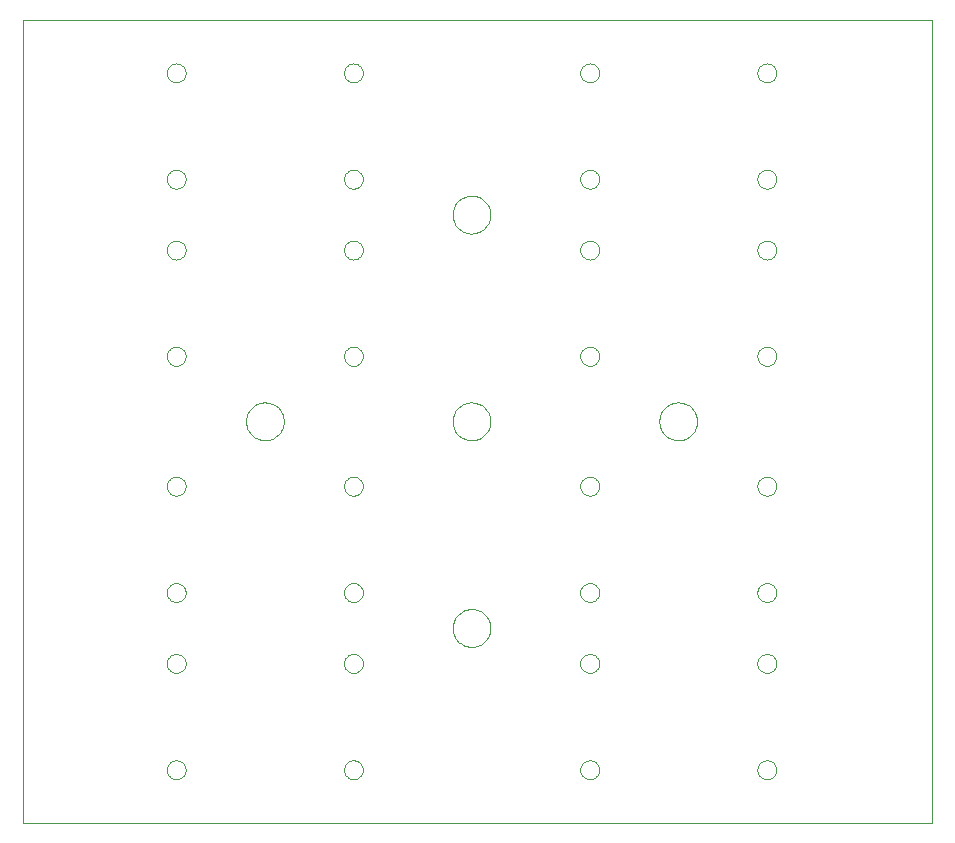
<source format=gbp>
G75*
%MOIN*%
%OFA0B0*%
%FSLAX24Y24*%
%IPPOS*%
%LPD*%
%AMOC8*
5,1,8,0,0,1.08239X$1,22.5*
%
%ADD10C,0.0000*%
D10*
X001755Y000967D02*
X001755Y027739D01*
X032070Y027739D01*
X032070Y000967D01*
X001755Y000967D01*
X006558Y002739D02*
X006560Y002774D01*
X006566Y002809D01*
X006576Y002843D01*
X006589Y002876D01*
X006606Y002907D01*
X006627Y002935D01*
X006650Y002962D01*
X006677Y002985D01*
X006705Y003006D01*
X006736Y003023D01*
X006769Y003036D01*
X006803Y003046D01*
X006838Y003052D01*
X006873Y003054D01*
X006908Y003052D01*
X006943Y003046D01*
X006977Y003036D01*
X007010Y003023D01*
X007041Y003006D01*
X007069Y002985D01*
X007096Y002962D01*
X007119Y002935D01*
X007140Y002907D01*
X007157Y002876D01*
X007170Y002843D01*
X007180Y002809D01*
X007186Y002774D01*
X007188Y002739D01*
X007186Y002704D01*
X007180Y002669D01*
X007170Y002635D01*
X007157Y002602D01*
X007140Y002571D01*
X007119Y002543D01*
X007096Y002516D01*
X007069Y002493D01*
X007041Y002472D01*
X007010Y002455D01*
X006977Y002442D01*
X006943Y002432D01*
X006908Y002426D01*
X006873Y002424D01*
X006838Y002426D01*
X006803Y002432D01*
X006769Y002442D01*
X006736Y002455D01*
X006705Y002472D01*
X006677Y002493D01*
X006650Y002516D01*
X006627Y002543D01*
X006606Y002571D01*
X006589Y002602D01*
X006576Y002635D01*
X006566Y002669D01*
X006560Y002704D01*
X006558Y002739D01*
X006558Y006282D02*
X006560Y006317D01*
X006566Y006352D01*
X006576Y006386D01*
X006589Y006419D01*
X006606Y006450D01*
X006627Y006478D01*
X006650Y006505D01*
X006677Y006528D01*
X006705Y006549D01*
X006736Y006566D01*
X006769Y006579D01*
X006803Y006589D01*
X006838Y006595D01*
X006873Y006597D01*
X006908Y006595D01*
X006943Y006589D01*
X006977Y006579D01*
X007010Y006566D01*
X007041Y006549D01*
X007069Y006528D01*
X007096Y006505D01*
X007119Y006478D01*
X007140Y006450D01*
X007157Y006419D01*
X007170Y006386D01*
X007180Y006352D01*
X007186Y006317D01*
X007188Y006282D01*
X007186Y006247D01*
X007180Y006212D01*
X007170Y006178D01*
X007157Y006145D01*
X007140Y006114D01*
X007119Y006086D01*
X007096Y006059D01*
X007069Y006036D01*
X007041Y006015D01*
X007010Y005998D01*
X006977Y005985D01*
X006943Y005975D01*
X006908Y005969D01*
X006873Y005967D01*
X006838Y005969D01*
X006803Y005975D01*
X006769Y005985D01*
X006736Y005998D01*
X006705Y006015D01*
X006677Y006036D01*
X006650Y006059D01*
X006627Y006086D01*
X006606Y006114D01*
X006589Y006145D01*
X006576Y006178D01*
X006566Y006212D01*
X006560Y006247D01*
X006558Y006282D01*
X006558Y008645D02*
X006560Y008680D01*
X006566Y008715D01*
X006576Y008749D01*
X006589Y008782D01*
X006606Y008813D01*
X006627Y008841D01*
X006650Y008868D01*
X006677Y008891D01*
X006705Y008912D01*
X006736Y008929D01*
X006769Y008942D01*
X006803Y008952D01*
X006838Y008958D01*
X006873Y008960D01*
X006908Y008958D01*
X006943Y008952D01*
X006977Y008942D01*
X007010Y008929D01*
X007041Y008912D01*
X007069Y008891D01*
X007096Y008868D01*
X007119Y008841D01*
X007140Y008813D01*
X007157Y008782D01*
X007170Y008749D01*
X007180Y008715D01*
X007186Y008680D01*
X007188Y008645D01*
X007186Y008610D01*
X007180Y008575D01*
X007170Y008541D01*
X007157Y008508D01*
X007140Y008477D01*
X007119Y008449D01*
X007096Y008422D01*
X007069Y008399D01*
X007041Y008378D01*
X007010Y008361D01*
X006977Y008348D01*
X006943Y008338D01*
X006908Y008332D01*
X006873Y008330D01*
X006838Y008332D01*
X006803Y008338D01*
X006769Y008348D01*
X006736Y008361D01*
X006705Y008378D01*
X006677Y008399D01*
X006650Y008422D01*
X006627Y008449D01*
X006606Y008477D01*
X006589Y008508D01*
X006576Y008541D01*
X006566Y008575D01*
X006560Y008610D01*
X006558Y008645D01*
X006558Y012188D02*
X006560Y012223D01*
X006566Y012258D01*
X006576Y012292D01*
X006589Y012325D01*
X006606Y012356D01*
X006627Y012384D01*
X006650Y012411D01*
X006677Y012434D01*
X006705Y012455D01*
X006736Y012472D01*
X006769Y012485D01*
X006803Y012495D01*
X006838Y012501D01*
X006873Y012503D01*
X006908Y012501D01*
X006943Y012495D01*
X006977Y012485D01*
X007010Y012472D01*
X007041Y012455D01*
X007069Y012434D01*
X007096Y012411D01*
X007119Y012384D01*
X007140Y012356D01*
X007157Y012325D01*
X007170Y012292D01*
X007180Y012258D01*
X007186Y012223D01*
X007188Y012188D01*
X007186Y012153D01*
X007180Y012118D01*
X007170Y012084D01*
X007157Y012051D01*
X007140Y012020D01*
X007119Y011992D01*
X007096Y011965D01*
X007069Y011942D01*
X007041Y011921D01*
X007010Y011904D01*
X006977Y011891D01*
X006943Y011881D01*
X006908Y011875D01*
X006873Y011873D01*
X006838Y011875D01*
X006803Y011881D01*
X006769Y011891D01*
X006736Y011904D01*
X006705Y011921D01*
X006677Y011942D01*
X006650Y011965D01*
X006627Y011992D01*
X006606Y012020D01*
X006589Y012051D01*
X006576Y012084D01*
X006566Y012118D01*
X006560Y012153D01*
X006558Y012188D01*
X009196Y014353D02*
X009198Y014403D01*
X009204Y014453D01*
X009214Y014502D01*
X009228Y014550D01*
X009245Y014597D01*
X009266Y014642D01*
X009291Y014686D01*
X009319Y014727D01*
X009351Y014766D01*
X009385Y014803D01*
X009422Y014837D01*
X009462Y014867D01*
X009504Y014894D01*
X009548Y014918D01*
X009594Y014939D01*
X009641Y014955D01*
X009689Y014968D01*
X009739Y014977D01*
X009788Y014982D01*
X009839Y014983D01*
X009889Y014980D01*
X009938Y014973D01*
X009987Y014962D01*
X010035Y014947D01*
X010081Y014929D01*
X010126Y014907D01*
X010169Y014881D01*
X010210Y014852D01*
X010249Y014820D01*
X010285Y014785D01*
X010317Y014747D01*
X010347Y014707D01*
X010374Y014664D01*
X010397Y014620D01*
X010416Y014574D01*
X010432Y014526D01*
X010444Y014477D01*
X010452Y014428D01*
X010456Y014378D01*
X010456Y014328D01*
X010452Y014278D01*
X010444Y014229D01*
X010432Y014180D01*
X010416Y014132D01*
X010397Y014086D01*
X010374Y014042D01*
X010347Y013999D01*
X010317Y013959D01*
X010285Y013921D01*
X010249Y013886D01*
X010210Y013854D01*
X010169Y013825D01*
X010126Y013799D01*
X010081Y013777D01*
X010035Y013759D01*
X009987Y013744D01*
X009938Y013733D01*
X009889Y013726D01*
X009839Y013723D01*
X009788Y013724D01*
X009739Y013729D01*
X009689Y013738D01*
X009641Y013751D01*
X009594Y013767D01*
X009548Y013788D01*
X009504Y013812D01*
X009462Y013839D01*
X009422Y013869D01*
X009385Y013903D01*
X009351Y013940D01*
X009319Y013979D01*
X009291Y014020D01*
X009266Y014064D01*
X009245Y014109D01*
X009228Y014156D01*
X009214Y014204D01*
X009204Y014253D01*
X009198Y014303D01*
X009196Y014353D01*
X006558Y016519D02*
X006560Y016554D01*
X006566Y016589D01*
X006576Y016623D01*
X006589Y016656D01*
X006606Y016687D01*
X006627Y016715D01*
X006650Y016742D01*
X006677Y016765D01*
X006705Y016786D01*
X006736Y016803D01*
X006769Y016816D01*
X006803Y016826D01*
X006838Y016832D01*
X006873Y016834D01*
X006908Y016832D01*
X006943Y016826D01*
X006977Y016816D01*
X007010Y016803D01*
X007041Y016786D01*
X007069Y016765D01*
X007096Y016742D01*
X007119Y016715D01*
X007140Y016687D01*
X007157Y016656D01*
X007170Y016623D01*
X007180Y016589D01*
X007186Y016554D01*
X007188Y016519D01*
X007186Y016484D01*
X007180Y016449D01*
X007170Y016415D01*
X007157Y016382D01*
X007140Y016351D01*
X007119Y016323D01*
X007096Y016296D01*
X007069Y016273D01*
X007041Y016252D01*
X007010Y016235D01*
X006977Y016222D01*
X006943Y016212D01*
X006908Y016206D01*
X006873Y016204D01*
X006838Y016206D01*
X006803Y016212D01*
X006769Y016222D01*
X006736Y016235D01*
X006705Y016252D01*
X006677Y016273D01*
X006650Y016296D01*
X006627Y016323D01*
X006606Y016351D01*
X006589Y016382D01*
X006576Y016415D01*
X006566Y016449D01*
X006560Y016484D01*
X006558Y016519D01*
X006558Y020062D02*
X006560Y020097D01*
X006566Y020132D01*
X006576Y020166D01*
X006589Y020199D01*
X006606Y020230D01*
X006627Y020258D01*
X006650Y020285D01*
X006677Y020308D01*
X006705Y020329D01*
X006736Y020346D01*
X006769Y020359D01*
X006803Y020369D01*
X006838Y020375D01*
X006873Y020377D01*
X006908Y020375D01*
X006943Y020369D01*
X006977Y020359D01*
X007010Y020346D01*
X007041Y020329D01*
X007069Y020308D01*
X007096Y020285D01*
X007119Y020258D01*
X007140Y020230D01*
X007157Y020199D01*
X007170Y020166D01*
X007180Y020132D01*
X007186Y020097D01*
X007188Y020062D01*
X007186Y020027D01*
X007180Y019992D01*
X007170Y019958D01*
X007157Y019925D01*
X007140Y019894D01*
X007119Y019866D01*
X007096Y019839D01*
X007069Y019816D01*
X007041Y019795D01*
X007010Y019778D01*
X006977Y019765D01*
X006943Y019755D01*
X006908Y019749D01*
X006873Y019747D01*
X006838Y019749D01*
X006803Y019755D01*
X006769Y019765D01*
X006736Y019778D01*
X006705Y019795D01*
X006677Y019816D01*
X006650Y019839D01*
X006627Y019866D01*
X006606Y019894D01*
X006589Y019925D01*
X006576Y019958D01*
X006566Y019992D01*
X006560Y020027D01*
X006558Y020062D01*
X006558Y022424D02*
X006560Y022459D01*
X006566Y022494D01*
X006576Y022528D01*
X006589Y022561D01*
X006606Y022592D01*
X006627Y022620D01*
X006650Y022647D01*
X006677Y022670D01*
X006705Y022691D01*
X006736Y022708D01*
X006769Y022721D01*
X006803Y022731D01*
X006838Y022737D01*
X006873Y022739D01*
X006908Y022737D01*
X006943Y022731D01*
X006977Y022721D01*
X007010Y022708D01*
X007041Y022691D01*
X007069Y022670D01*
X007096Y022647D01*
X007119Y022620D01*
X007140Y022592D01*
X007157Y022561D01*
X007170Y022528D01*
X007180Y022494D01*
X007186Y022459D01*
X007188Y022424D01*
X007186Y022389D01*
X007180Y022354D01*
X007170Y022320D01*
X007157Y022287D01*
X007140Y022256D01*
X007119Y022228D01*
X007096Y022201D01*
X007069Y022178D01*
X007041Y022157D01*
X007010Y022140D01*
X006977Y022127D01*
X006943Y022117D01*
X006908Y022111D01*
X006873Y022109D01*
X006838Y022111D01*
X006803Y022117D01*
X006769Y022127D01*
X006736Y022140D01*
X006705Y022157D01*
X006677Y022178D01*
X006650Y022201D01*
X006627Y022228D01*
X006606Y022256D01*
X006589Y022287D01*
X006576Y022320D01*
X006566Y022354D01*
X006560Y022389D01*
X006558Y022424D01*
X006558Y025967D02*
X006560Y026002D01*
X006566Y026037D01*
X006576Y026071D01*
X006589Y026104D01*
X006606Y026135D01*
X006627Y026163D01*
X006650Y026190D01*
X006677Y026213D01*
X006705Y026234D01*
X006736Y026251D01*
X006769Y026264D01*
X006803Y026274D01*
X006838Y026280D01*
X006873Y026282D01*
X006908Y026280D01*
X006943Y026274D01*
X006977Y026264D01*
X007010Y026251D01*
X007041Y026234D01*
X007069Y026213D01*
X007096Y026190D01*
X007119Y026163D01*
X007140Y026135D01*
X007157Y026104D01*
X007170Y026071D01*
X007180Y026037D01*
X007186Y026002D01*
X007188Y025967D01*
X007186Y025932D01*
X007180Y025897D01*
X007170Y025863D01*
X007157Y025830D01*
X007140Y025799D01*
X007119Y025771D01*
X007096Y025744D01*
X007069Y025721D01*
X007041Y025700D01*
X007010Y025683D01*
X006977Y025670D01*
X006943Y025660D01*
X006908Y025654D01*
X006873Y025652D01*
X006838Y025654D01*
X006803Y025660D01*
X006769Y025670D01*
X006736Y025683D01*
X006705Y025700D01*
X006677Y025721D01*
X006650Y025744D01*
X006627Y025771D01*
X006606Y025799D01*
X006589Y025830D01*
X006576Y025863D01*
X006566Y025897D01*
X006560Y025932D01*
X006558Y025967D01*
X012463Y025967D02*
X012465Y026002D01*
X012471Y026037D01*
X012481Y026071D01*
X012494Y026104D01*
X012511Y026135D01*
X012532Y026163D01*
X012555Y026190D01*
X012582Y026213D01*
X012610Y026234D01*
X012641Y026251D01*
X012674Y026264D01*
X012708Y026274D01*
X012743Y026280D01*
X012778Y026282D01*
X012813Y026280D01*
X012848Y026274D01*
X012882Y026264D01*
X012915Y026251D01*
X012946Y026234D01*
X012974Y026213D01*
X013001Y026190D01*
X013024Y026163D01*
X013045Y026135D01*
X013062Y026104D01*
X013075Y026071D01*
X013085Y026037D01*
X013091Y026002D01*
X013093Y025967D01*
X013091Y025932D01*
X013085Y025897D01*
X013075Y025863D01*
X013062Y025830D01*
X013045Y025799D01*
X013024Y025771D01*
X013001Y025744D01*
X012974Y025721D01*
X012946Y025700D01*
X012915Y025683D01*
X012882Y025670D01*
X012848Y025660D01*
X012813Y025654D01*
X012778Y025652D01*
X012743Y025654D01*
X012708Y025660D01*
X012674Y025670D01*
X012641Y025683D01*
X012610Y025700D01*
X012582Y025721D01*
X012555Y025744D01*
X012532Y025771D01*
X012511Y025799D01*
X012494Y025830D01*
X012481Y025863D01*
X012471Y025897D01*
X012465Y025932D01*
X012463Y025967D01*
X012463Y022424D02*
X012465Y022459D01*
X012471Y022494D01*
X012481Y022528D01*
X012494Y022561D01*
X012511Y022592D01*
X012532Y022620D01*
X012555Y022647D01*
X012582Y022670D01*
X012610Y022691D01*
X012641Y022708D01*
X012674Y022721D01*
X012708Y022731D01*
X012743Y022737D01*
X012778Y022739D01*
X012813Y022737D01*
X012848Y022731D01*
X012882Y022721D01*
X012915Y022708D01*
X012946Y022691D01*
X012974Y022670D01*
X013001Y022647D01*
X013024Y022620D01*
X013045Y022592D01*
X013062Y022561D01*
X013075Y022528D01*
X013085Y022494D01*
X013091Y022459D01*
X013093Y022424D01*
X013091Y022389D01*
X013085Y022354D01*
X013075Y022320D01*
X013062Y022287D01*
X013045Y022256D01*
X013024Y022228D01*
X013001Y022201D01*
X012974Y022178D01*
X012946Y022157D01*
X012915Y022140D01*
X012882Y022127D01*
X012848Y022117D01*
X012813Y022111D01*
X012778Y022109D01*
X012743Y022111D01*
X012708Y022117D01*
X012674Y022127D01*
X012641Y022140D01*
X012610Y022157D01*
X012582Y022178D01*
X012555Y022201D01*
X012532Y022228D01*
X012511Y022256D01*
X012494Y022287D01*
X012481Y022320D01*
X012471Y022354D01*
X012465Y022389D01*
X012463Y022424D01*
X012463Y020062D02*
X012465Y020097D01*
X012471Y020132D01*
X012481Y020166D01*
X012494Y020199D01*
X012511Y020230D01*
X012532Y020258D01*
X012555Y020285D01*
X012582Y020308D01*
X012610Y020329D01*
X012641Y020346D01*
X012674Y020359D01*
X012708Y020369D01*
X012743Y020375D01*
X012778Y020377D01*
X012813Y020375D01*
X012848Y020369D01*
X012882Y020359D01*
X012915Y020346D01*
X012946Y020329D01*
X012974Y020308D01*
X013001Y020285D01*
X013024Y020258D01*
X013045Y020230D01*
X013062Y020199D01*
X013075Y020166D01*
X013085Y020132D01*
X013091Y020097D01*
X013093Y020062D01*
X013091Y020027D01*
X013085Y019992D01*
X013075Y019958D01*
X013062Y019925D01*
X013045Y019894D01*
X013024Y019866D01*
X013001Y019839D01*
X012974Y019816D01*
X012946Y019795D01*
X012915Y019778D01*
X012882Y019765D01*
X012848Y019755D01*
X012813Y019749D01*
X012778Y019747D01*
X012743Y019749D01*
X012708Y019755D01*
X012674Y019765D01*
X012641Y019778D01*
X012610Y019795D01*
X012582Y019816D01*
X012555Y019839D01*
X012532Y019866D01*
X012511Y019894D01*
X012494Y019925D01*
X012481Y019958D01*
X012471Y019992D01*
X012465Y020027D01*
X012463Y020062D01*
X012463Y016519D02*
X012465Y016554D01*
X012471Y016589D01*
X012481Y016623D01*
X012494Y016656D01*
X012511Y016687D01*
X012532Y016715D01*
X012555Y016742D01*
X012582Y016765D01*
X012610Y016786D01*
X012641Y016803D01*
X012674Y016816D01*
X012708Y016826D01*
X012743Y016832D01*
X012778Y016834D01*
X012813Y016832D01*
X012848Y016826D01*
X012882Y016816D01*
X012915Y016803D01*
X012946Y016786D01*
X012974Y016765D01*
X013001Y016742D01*
X013024Y016715D01*
X013045Y016687D01*
X013062Y016656D01*
X013075Y016623D01*
X013085Y016589D01*
X013091Y016554D01*
X013093Y016519D01*
X013091Y016484D01*
X013085Y016449D01*
X013075Y016415D01*
X013062Y016382D01*
X013045Y016351D01*
X013024Y016323D01*
X013001Y016296D01*
X012974Y016273D01*
X012946Y016252D01*
X012915Y016235D01*
X012882Y016222D01*
X012848Y016212D01*
X012813Y016206D01*
X012778Y016204D01*
X012743Y016206D01*
X012708Y016212D01*
X012674Y016222D01*
X012641Y016235D01*
X012610Y016252D01*
X012582Y016273D01*
X012555Y016296D01*
X012532Y016323D01*
X012511Y016351D01*
X012494Y016382D01*
X012481Y016415D01*
X012471Y016449D01*
X012465Y016484D01*
X012463Y016519D01*
X016085Y014353D02*
X016087Y014403D01*
X016093Y014453D01*
X016103Y014502D01*
X016117Y014550D01*
X016134Y014597D01*
X016155Y014642D01*
X016180Y014686D01*
X016208Y014727D01*
X016240Y014766D01*
X016274Y014803D01*
X016311Y014837D01*
X016351Y014867D01*
X016393Y014894D01*
X016437Y014918D01*
X016483Y014939D01*
X016530Y014955D01*
X016578Y014968D01*
X016628Y014977D01*
X016677Y014982D01*
X016728Y014983D01*
X016778Y014980D01*
X016827Y014973D01*
X016876Y014962D01*
X016924Y014947D01*
X016970Y014929D01*
X017015Y014907D01*
X017058Y014881D01*
X017099Y014852D01*
X017138Y014820D01*
X017174Y014785D01*
X017206Y014747D01*
X017236Y014707D01*
X017263Y014664D01*
X017286Y014620D01*
X017305Y014574D01*
X017321Y014526D01*
X017333Y014477D01*
X017341Y014428D01*
X017345Y014378D01*
X017345Y014328D01*
X017341Y014278D01*
X017333Y014229D01*
X017321Y014180D01*
X017305Y014132D01*
X017286Y014086D01*
X017263Y014042D01*
X017236Y013999D01*
X017206Y013959D01*
X017174Y013921D01*
X017138Y013886D01*
X017099Y013854D01*
X017058Y013825D01*
X017015Y013799D01*
X016970Y013777D01*
X016924Y013759D01*
X016876Y013744D01*
X016827Y013733D01*
X016778Y013726D01*
X016728Y013723D01*
X016677Y013724D01*
X016628Y013729D01*
X016578Y013738D01*
X016530Y013751D01*
X016483Y013767D01*
X016437Y013788D01*
X016393Y013812D01*
X016351Y013839D01*
X016311Y013869D01*
X016274Y013903D01*
X016240Y013940D01*
X016208Y013979D01*
X016180Y014020D01*
X016155Y014064D01*
X016134Y014109D01*
X016117Y014156D01*
X016103Y014204D01*
X016093Y014253D01*
X016087Y014303D01*
X016085Y014353D01*
X012463Y012188D02*
X012465Y012223D01*
X012471Y012258D01*
X012481Y012292D01*
X012494Y012325D01*
X012511Y012356D01*
X012532Y012384D01*
X012555Y012411D01*
X012582Y012434D01*
X012610Y012455D01*
X012641Y012472D01*
X012674Y012485D01*
X012708Y012495D01*
X012743Y012501D01*
X012778Y012503D01*
X012813Y012501D01*
X012848Y012495D01*
X012882Y012485D01*
X012915Y012472D01*
X012946Y012455D01*
X012974Y012434D01*
X013001Y012411D01*
X013024Y012384D01*
X013045Y012356D01*
X013062Y012325D01*
X013075Y012292D01*
X013085Y012258D01*
X013091Y012223D01*
X013093Y012188D01*
X013091Y012153D01*
X013085Y012118D01*
X013075Y012084D01*
X013062Y012051D01*
X013045Y012020D01*
X013024Y011992D01*
X013001Y011965D01*
X012974Y011942D01*
X012946Y011921D01*
X012915Y011904D01*
X012882Y011891D01*
X012848Y011881D01*
X012813Y011875D01*
X012778Y011873D01*
X012743Y011875D01*
X012708Y011881D01*
X012674Y011891D01*
X012641Y011904D01*
X012610Y011921D01*
X012582Y011942D01*
X012555Y011965D01*
X012532Y011992D01*
X012511Y012020D01*
X012494Y012051D01*
X012481Y012084D01*
X012471Y012118D01*
X012465Y012153D01*
X012463Y012188D01*
X012463Y008645D02*
X012465Y008680D01*
X012471Y008715D01*
X012481Y008749D01*
X012494Y008782D01*
X012511Y008813D01*
X012532Y008841D01*
X012555Y008868D01*
X012582Y008891D01*
X012610Y008912D01*
X012641Y008929D01*
X012674Y008942D01*
X012708Y008952D01*
X012743Y008958D01*
X012778Y008960D01*
X012813Y008958D01*
X012848Y008952D01*
X012882Y008942D01*
X012915Y008929D01*
X012946Y008912D01*
X012974Y008891D01*
X013001Y008868D01*
X013024Y008841D01*
X013045Y008813D01*
X013062Y008782D01*
X013075Y008749D01*
X013085Y008715D01*
X013091Y008680D01*
X013093Y008645D01*
X013091Y008610D01*
X013085Y008575D01*
X013075Y008541D01*
X013062Y008508D01*
X013045Y008477D01*
X013024Y008449D01*
X013001Y008422D01*
X012974Y008399D01*
X012946Y008378D01*
X012915Y008361D01*
X012882Y008348D01*
X012848Y008338D01*
X012813Y008332D01*
X012778Y008330D01*
X012743Y008332D01*
X012708Y008338D01*
X012674Y008348D01*
X012641Y008361D01*
X012610Y008378D01*
X012582Y008399D01*
X012555Y008422D01*
X012532Y008449D01*
X012511Y008477D01*
X012494Y008508D01*
X012481Y008541D01*
X012471Y008575D01*
X012465Y008610D01*
X012463Y008645D01*
X012463Y006282D02*
X012465Y006317D01*
X012471Y006352D01*
X012481Y006386D01*
X012494Y006419D01*
X012511Y006450D01*
X012532Y006478D01*
X012555Y006505D01*
X012582Y006528D01*
X012610Y006549D01*
X012641Y006566D01*
X012674Y006579D01*
X012708Y006589D01*
X012743Y006595D01*
X012778Y006597D01*
X012813Y006595D01*
X012848Y006589D01*
X012882Y006579D01*
X012915Y006566D01*
X012946Y006549D01*
X012974Y006528D01*
X013001Y006505D01*
X013024Y006478D01*
X013045Y006450D01*
X013062Y006419D01*
X013075Y006386D01*
X013085Y006352D01*
X013091Y006317D01*
X013093Y006282D01*
X013091Y006247D01*
X013085Y006212D01*
X013075Y006178D01*
X013062Y006145D01*
X013045Y006114D01*
X013024Y006086D01*
X013001Y006059D01*
X012974Y006036D01*
X012946Y006015D01*
X012915Y005998D01*
X012882Y005985D01*
X012848Y005975D01*
X012813Y005969D01*
X012778Y005967D01*
X012743Y005969D01*
X012708Y005975D01*
X012674Y005985D01*
X012641Y005998D01*
X012610Y006015D01*
X012582Y006036D01*
X012555Y006059D01*
X012532Y006086D01*
X012511Y006114D01*
X012494Y006145D01*
X012481Y006178D01*
X012471Y006212D01*
X012465Y006247D01*
X012463Y006282D01*
X012463Y002739D02*
X012465Y002774D01*
X012471Y002809D01*
X012481Y002843D01*
X012494Y002876D01*
X012511Y002907D01*
X012532Y002935D01*
X012555Y002962D01*
X012582Y002985D01*
X012610Y003006D01*
X012641Y003023D01*
X012674Y003036D01*
X012708Y003046D01*
X012743Y003052D01*
X012778Y003054D01*
X012813Y003052D01*
X012848Y003046D01*
X012882Y003036D01*
X012915Y003023D01*
X012946Y003006D01*
X012974Y002985D01*
X013001Y002962D01*
X013024Y002935D01*
X013045Y002907D01*
X013062Y002876D01*
X013075Y002843D01*
X013085Y002809D01*
X013091Y002774D01*
X013093Y002739D01*
X013091Y002704D01*
X013085Y002669D01*
X013075Y002635D01*
X013062Y002602D01*
X013045Y002571D01*
X013024Y002543D01*
X013001Y002516D01*
X012974Y002493D01*
X012946Y002472D01*
X012915Y002455D01*
X012882Y002442D01*
X012848Y002432D01*
X012813Y002426D01*
X012778Y002424D01*
X012743Y002426D01*
X012708Y002432D01*
X012674Y002442D01*
X012641Y002455D01*
X012610Y002472D01*
X012582Y002493D01*
X012555Y002516D01*
X012532Y002543D01*
X012511Y002571D01*
X012494Y002602D01*
X012481Y002635D01*
X012471Y002669D01*
X012465Y002704D01*
X012463Y002739D01*
X016085Y007463D02*
X016087Y007513D01*
X016093Y007563D01*
X016103Y007612D01*
X016117Y007660D01*
X016134Y007707D01*
X016155Y007752D01*
X016180Y007796D01*
X016208Y007837D01*
X016240Y007876D01*
X016274Y007913D01*
X016311Y007947D01*
X016351Y007977D01*
X016393Y008004D01*
X016437Y008028D01*
X016483Y008049D01*
X016530Y008065D01*
X016578Y008078D01*
X016628Y008087D01*
X016677Y008092D01*
X016728Y008093D01*
X016778Y008090D01*
X016827Y008083D01*
X016876Y008072D01*
X016924Y008057D01*
X016970Y008039D01*
X017015Y008017D01*
X017058Y007991D01*
X017099Y007962D01*
X017138Y007930D01*
X017174Y007895D01*
X017206Y007857D01*
X017236Y007817D01*
X017263Y007774D01*
X017286Y007730D01*
X017305Y007684D01*
X017321Y007636D01*
X017333Y007587D01*
X017341Y007538D01*
X017345Y007488D01*
X017345Y007438D01*
X017341Y007388D01*
X017333Y007339D01*
X017321Y007290D01*
X017305Y007242D01*
X017286Y007196D01*
X017263Y007152D01*
X017236Y007109D01*
X017206Y007069D01*
X017174Y007031D01*
X017138Y006996D01*
X017099Y006964D01*
X017058Y006935D01*
X017015Y006909D01*
X016970Y006887D01*
X016924Y006869D01*
X016876Y006854D01*
X016827Y006843D01*
X016778Y006836D01*
X016728Y006833D01*
X016677Y006834D01*
X016628Y006839D01*
X016578Y006848D01*
X016530Y006861D01*
X016483Y006877D01*
X016437Y006898D01*
X016393Y006922D01*
X016351Y006949D01*
X016311Y006979D01*
X016274Y007013D01*
X016240Y007050D01*
X016208Y007089D01*
X016180Y007130D01*
X016155Y007174D01*
X016134Y007219D01*
X016117Y007266D01*
X016103Y007314D01*
X016093Y007363D01*
X016087Y007413D01*
X016085Y007463D01*
X020337Y006282D02*
X020339Y006317D01*
X020345Y006352D01*
X020355Y006386D01*
X020368Y006419D01*
X020385Y006450D01*
X020406Y006478D01*
X020429Y006505D01*
X020456Y006528D01*
X020484Y006549D01*
X020515Y006566D01*
X020548Y006579D01*
X020582Y006589D01*
X020617Y006595D01*
X020652Y006597D01*
X020687Y006595D01*
X020722Y006589D01*
X020756Y006579D01*
X020789Y006566D01*
X020820Y006549D01*
X020848Y006528D01*
X020875Y006505D01*
X020898Y006478D01*
X020919Y006450D01*
X020936Y006419D01*
X020949Y006386D01*
X020959Y006352D01*
X020965Y006317D01*
X020967Y006282D01*
X020965Y006247D01*
X020959Y006212D01*
X020949Y006178D01*
X020936Y006145D01*
X020919Y006114D01*
X020898Y006086D01*
X020875Y006059D01*
X020848Y006036D01*
X020820Y006015D01*
X020789Y005998D01*
X020756Y005985D01*
X020722Y005975D01*
X020687Y005969D01*
X020652Y005967D01*
X020617Y005969D01*
X020582Y005975D01*
X020548Y005985D01*
X020515Y005998D01*
X020484Y006015D01*
X020456Y006036D01*
X020429Y006059D01*
X020406Y006086D01*
X020385Y006114D01*
X020368Y006145D01*
X020355Y006178D01*
X020345Y006212D01*
X020339Y006247D01*
X020337Y006282D01*
X020337Y008645D02*
X020339Y008680D01*
X020345Y008715D01*
X020355Y008749D01*
X020368Y008782D01*
X020385Y008813D01*
X020406Y008841D01*
X020429Y008868D01*
X020456Y008891D01*
X020484Y008912D01*
X020515Y008929D01*
X020548Y008942D01*
X020582Y008952D01*
X020617Y008958D01*
X020652Y008960D01*
X020687Y008958D01*
X020722Y008952D01*
X020756Y008942D01*
X020789Y008929D01*
X020820Y008912D01*
X020848Y008891D01*
X020875Y008868D01*
X020898Y008841D01*
X020919Y008813D01*
X020936Y008782D01*
X020949Y008749D01*
X020959Y008715D01*
X020965Y008680D01*
X020967Y008645D01*
X020965Y008610D01*
X020959Y008575D01*
X020949Y008541D01*
X020936Y008508D01*
X020919Y008477D01*
X020898Y008449D01*
X020875Y008422D01*
X020848Y008399D01*
X020820Y008378D01*
X020789Y008361D01*
X020756Y008348D01*
X020722Y008338D01*
X020687Y008332D01*
X020652Y008330D01*
X020617Y008332D01*
X020582Y008338D01*
X020548Y008348D01*
X020515Y008361D01*
X020484Y008378D01*
X020456Y008399D01*
X020429Y008422D01*
X020406Y008449D01*
X020385Y008477D01*
X020368Y008508D01*
X020355Y008541D01*
X020345Y008575D01*
X020339Y008610D01*
X020337Y008645D01*
X020337Y012188D02*
X020339Y012223D01*
X020345Y012258D01*
X020355Y012292D01*
X020368Y012325D01*
X020385Y012356D01*
X020406Y012384D01*
X020429Y012411D01*
X020456Y012434D01*
X020484Y012455D01*
X020515Y012472D01*
X020548Y012485D01*
X020582Y012495D01*
X020617Y012501D01*
X020652Y012503D01*
X020687Y012501D01*
X020722Y012495D01*
X020756Y012485D01*
X020789Y012472D01*
X020820Y012455D01*
X020848Y012434D01*
X020875Y012411D01*
X020898Y012384D01*
X020919Y012356D01*
X020936Y012325D01*
X020949Y012292D01*
X020959Y012258D01*
X020965Y012223D01*
X020967Y012188D01*
X020965Y012153D01*
X020959Y012118D01*
X020949Y012084D01*
X020936Y012051D01*
X020919Y012020D01*
X020898Y011992D01*
X020875Y011965D01*
X020848Y011942D01*
X020820Y011921D01*
X020789Y011904D01*
X020756Y011891D01*
X020722Y011881D01*
X020687Y011875D01*
X020652Y011873D01*
X020617Y011875D01*
X020582Y011881D01*
X020548Y011891D01*
X020515Y011904D01*
X020484Y011921D01*
X020456Y011942D01*
X020429Y011965D01*
X020406Y011992D01*
X020385Y012020D01*
X020368Y012051D01*
X020355Y012084D01*
X020345Y012118D01*
X020339Y012153D01*
X020337Y012188D01*
X022975Y014353D02*
X022977Y014403D01*
X022983Y014453D01*
X022993Y014502D01*
X023007Y014550D01*
X023024Y014597D01*
X023045Y014642D01*
X023070Y014686D01*
X023098Y014727D01*
X023130Y014766D01*
X023164Y014803D01*
X023201Y014837D01*
X023241Y014867D01*
X023283Y014894D01*
X023327Y014918D01*
X023373Y014939D01*
X023420Y014955D01*
X023468Y014968D01*
X023518Y014977D01*
X023567Y014982D01*
X023618Y014983D01*
X023668Y014980D01*
X023717Y014973D01*
X023766Y014962D01*
X023814Y014947D01*
X023860Y014929D01*
X023905Y014907D01*
X023948Y014881D01*
X023989Y014852D01*
X024028Y014820D01*
X024064Y014785D01*
X024096Y014747D01*
X024126Y014707D01*
X024153Y014664D01*
X024176Y014620D01*
X024195Y014574D01*
X024211Y014526D01*
X024223Y014477D01*
X024231Y014428D01*
X024235Y014378D01*
X024235Y014328D01*
X024231Y014278D01*
X024223Y014229D01*
X024211Y014180D01*
X024195Y014132D01*
X024176Y014086D01*
X024153Y014042D01*
X024126Y013999D01*
X024096Y013959D01*
X024064Y013921D01*
X024028Y013886D01*
X023989Y013854D01*
X023948Y013825D01*
X023905Y013799D01*
X023860Y013777D01*
X023814Y013759D01*
X023766Y013744D01*
X023717Y013733D01*
X023668Y013726D01*
X023618Y013723D01*
X023567Y013724D01*
X023518Y013729D01*
X023468Y013738D01*
X023420Y013751D01*
X023373Y013767D01*
X023327Y013788D01*
X023283Y013812D01*
X023241Y013839D01*
X023201Y013869D01*
X023164Y013903D01*
X023130Y013940D01*
X023098Y013979D01*
X023070Y014020D01*
X023045Y014064D01*
X023024Y014109D01*
X023007Y014156D01*
X022993Y014204D01*
X022983Y014253D01*
X022977Y014303D01*
X022975Y014353D01*
X020337Y016519D02*
X020339Y016554D01*
X020345Y016589D01*
X020355Y016623D01*
X020368Y016656D01*
X020385Y016687D01*
X020406Y016715D01*
X020429Y016742D01*
X020456Y016765D01*
X020484Y016786D01*
X020515Y016803D01*
X020548Y016816D01*
X020582Y016826D01*
X020617Y016832D01*
X020652Y016834D01*
X020687Y016832D01*
X020722Y016826D01*
X020756Y016816D01*
X020789Y016803D01*
X020820Y016786D01*
X020848Y016765D01*
X020875Y016742D01*
X020898Y016715D01*
X020919Y016687D01*
X020936Y016656D01*
X020949Y016623D01*
X020959Y016589D01*
X020965Y016554D01*
X020967Y016519D01*
X020965Y016484D01*
X020959Y016449D01*
X020949Y016415D01*
X020936Y016382D01*
X020919Y016351D01*
X020898Y016323D01*
X020875Y016296D01*
X020848Y016273D01*
X020820Y016252D01*
X020789Y016235D01*
X020756Y016222D01*
X020722Y016212D01*
X020687Y016206D01*
X020652Y016204D01*
X020617Y016206D01*
X020582Y016212D01*
X020548Y016222D01*
X020515Y016235D01*
X020484Y016252D01*
X020456Y016273D01*
X020429Y016296D01*
X020406Y016323D01*
X020385Y016351D01*
X020368Y016382D01*
X020355Y016415D01*
X020345Y016449D01*
X020339Y016484D01*
X020337Y016519D01*
X020337Y020062D02*
X020339Y020097D01*
X020345Y020132D01*
X020355Y020166D01*
X020368Y020199D01*
X020385Y020230D01*
X020406Y020258D01*
X020429Y020285D01*
X020456Y020308D01*
X020484Y020329D01*
X020515Y020346D01*
X020548Y020359D01*
X020582Y020369D01*
X020617Y020375D01*
X020652Y020377D01*
X020687Y020375D01*
X020722Y020369D01*
X020756Y020359D01*
X020789Y020346D01*
X020820Y020329D01*
X020848Y020308D01*
X020875Y020285D01*
X020898Y020258D01*
X020919Y020230D01*
X020936Y020199D01*
X020949Y020166D01*
X020959Y020132D01*
X020965Y020097D01*
X020967Y020062D01*
X020965Y020027D01*
X020959Y019992D01*
X020949Y019958D01*
X020936Y019925D01*
X020919Y019894D01*
X020898Y019866D01*
X020875Y019839D01*
X020848Y019816D01*
X020820Y019795D01*
X020789Y019778D01*
X020756Y019765D01*
X020722Y019755D01*
X020687Y019749D01*
X020652Y019747D01*
X020617Y019749D01*
X020582Y019755D01*
X020548Y019765D01*
X020515Y019778D01*
X020484Y019795D01*
X020456Y019816D01*
X020429Y019839D01*
X020406Y019866D01*
X020385Y019894D01*
X020368Y019925D01*
X020355Y019958D01*
X020345Y019992D01*
X020339Y020027D01*
X020337Y020062D01*
X020337Y022424D02*
X020339Y022459D01*
X020345Y022494D01*
X020355Y022528D01*
X020368Y022561D01*
X020385Y022592D01*
X020406Y022620D01*
X020429Y022647D01*
X020456Y022670D01*
X020484Y022691D01*
X020515Y022708D01*
X020548Y022721D01*
X020582Y022731D01*
X020617Y022737D01*
X020652Y022739D01*
X020687Y022737D01*
X020722Y022731D01*
X020756Y022721D01*
X020789Y022708D01*
X020820Y022691D01*
X020848Y022670D01*
X020875Y022647D01*
X020898Y022620D01*
X020919Y022592D01*
X020936Y022561D01*
X020949Y022528D01*
X020959Y022494D01*
X020965Y022459D01*
X020967Y022424D01*
X020965Y022389D01*
X020959Y022354D01*
X020949Y022320D01*
X020936Y022287D01*
X020919Y022256D01*
X020898Y022228D01*
X020875Y022201D01*
X020848Y022178D01*
X020820Y022157D01*
X020789Y022140D01*
X020756Y022127D01*
X020722Y022117D01*
X020687Y022111D01*
X020652Y022109D01*
X020617Y022111D01*
X020582Y022117D01*
X020548Y022127D01*
X020515Y022140D01*
X020484Y022157D01*
X020456Y022178D01*
X020429Y022201D01*
X020406Y022228D01*
X020385Y022256D01*
X020368Y022287D01*
X020355Y022320D01*
X020345Y022354D01*
X020339Y022389D01*
X020337Y022424D01*
X020337Y025967D02*
X020339Y026002D01*
X020345Y026037D01*
X020355Y026071D01*
X020368Y026104D01*
X020385Y026135D01*
X020406Y026163D01*
X020429Y026190D01*
X020456Y026213D01*
X020484Y026234D01*
X020515Y026251D01*
X020548Y026264D01*
X020582Y026274D01*
X020617Y026280D01*
X020652Y026282D01*
X020687Y026280D01*
X020722Y026274D01*
X020756Y026264D01*
X020789Y026251D01*
X020820Y026234D01*
X020848Y026213D01*
X020875Y026190D01*
X020898Y026163D01*
X020919Y026135D01*
X020936Y026104D01*
X020949Y026071D01*
X020959Y026037D01*
X020965Y026002D01*
X020967Y025967D01*
X020965Y025932D01*
X020959Y025897D01*
X020949Y025863D01*
X020936Y025830D01*
X020919Y025799D01*
X020898Y025771D01*
X020875Y025744D01*
X020848Y025721D01*
X020820Y025700D01*
X020789Y025683D01*
X020756Y025670D01*
X020722Y025660D01*
X020687Y025654D01*
X020652Y025652D01*
X020617Y025654D01*
X020582Y025660D01*
X020548Y025670D01*
X020515Y025683D01*
X020484Y025700D01*
X020456Y025721D01*
X020429Y025744D01*
X020406Y025771D01*
X020385Y025799D01*
X020368Y025830D01*
X020355Y025863D01*
X020345Y025897D01*
X020339Y025932D01*
X020337Y025967D01*
X016085Y021243D02*
X016087Y021293D01*
X016093Y021343D01*
X016103Y021392D01*
X016117Y021440D01*
X016134Y021487D01*
X016155Y021532D01*
X016180Y021576D01*
X016208Y021617D01*
X016240Y021656D01*
X016274Y021693D01*
X016311Y021727D01*
X016351Y021757D01*
X016393Y021784D01*
X016437Y021808D01*
X016483Y021829D01*
X016530Y021845D01*
X016578Y021858D01*
X016628Y021867D01*
X016677Y021872D01*
X016728Y021873D01*
X016778Y021870D01*
X016827Y021863D01*
X016876Y021852D01*
X016924Y021837D01*
X016970Y021819D01*
X017015Y021797D01*
X017058Y021771D01*
X017099Y021742D01*
X017138Y021710D01*
X017174Y021675D01*
X017206Y021637D01*
X017236Y021597D01*
X017263Y021554D01*
X017286Y021510D01*
X017305Y021464D01*
X017321Y021416D01*
X017333Y021367D01*
X017341Y021318D01*
X017345Y021268D01*
X017345Y021218D01*
X017341Y021168D01*
X017333Y021119D01*
X017321Y021070D01*
X017305Y021022D01*
X017286Y020976D01*
X017263Y020932D01*
X017236Y020889D01*
X017206Y020849D01*
X017174Y020811D01*
X017138Y020776D01*
X017099Y020744D01*
X017058Y020715D01*
X017015Y020689D01*
X016970Y020667D01*
X016924Y020649D01*
X016876Y020634D01*
X016827Y020623D01*
X016778Y020616D01*
X016728Y020613D01*
X016677Y020614D01*
X016628Y020619D01*
X016578Y020628D01*
X016530Y020641D01*
X016483Y020657D01*
X016437Y020678D01*
X016393Y020702D01*
X016351Y020729D01*
X016311Y020759D01*
X016274Y020793D01*
X016240Y020830D01*
X016208Y020869D01*
X016180Y020910D01*
X016155Y020954D01*
X016134Y020999D01*
X016117Y021046D01*
X016103Y021094D01*
X016093Y021143D01*
X016087Y021193D01*
X016085Y021243D01*
X026243Y022424D02*
X026245Y022459D01*
X026251Y022494D01*
X026261Y022528D01*
X026274Y022561D01*
X026291Y022592D01*
X026312Y022620D01*
X026335Y022647D01*
X026362Y022670D01*
X026390Y022691D01*
X026421Y022708D01*
X026454Y022721D01*
X026488Y022731D01*
X026523Y022737D01*
X026558Y022739D01*
X026593Y022737D01*
X026628Y022731D01*
X026662Y022721D01*
X026695Y022708D01*
X026726Y022691D01*
X026754Y022670D01*
X026781Y022647D01*
X026804Y022620D01*
X026825Y022592D01*
X026842Y022561D01*
X026855Y022528D01*
X026865Y022494D01*
X026871Y022459D01*
X026873Y022424D01*
X026871Y022389D01*
X026865Y022354D01*
X026855Y022320D01*
X026842Y022287D01*
X026825Y022256D01*
X026804Y022228D01*
X026781Y022201D01*
X026754Y022178D01*
X026726Y022157D01*
X026695Y022140D01*
X026662Y022127D01*
X026628Y022117D01*
X026593Y022111D01*
X026558Y022109D01*
X026523Y022111D01*
X026488Y022117D01*
X026454Y022127D01*
X026421Y022140D01*
X026390Y022157D01*
X026362Y022178D01*
X026335Y022201D01*
X026312Y022228D01*
X026291Y022256D01*
X026274Y022287D01*
X026261Y022320D01*
X026251Y022354D01*
X026245Y022389D01*
X026243Y022424D01*
X026243Y020062D02*
X026245Y020097D01*
X026251Y020132D01*
X026261Y020166D01*
X026274Y020199D01*
X026291Y020230D01*
X026312Y020258D01*
X026335Y020285D01*
X026362Y020308D01*
X026390Y020329D01*
X026421Y020346D01*
X026454Y020359D01*
X026488Y020369D01*
X026523Y020375D01*
X026558Y020377D01*
X026593Y020375D01*
X026628Y020369D01*
X026662Y020359D01*
X026695Y020346D01*
X026726Y020329D01*
X026754Y020308D01*
X026781Y020285D01*
X026804Y020258D01*
X026825Y020230D01*
X026842Y020199D01*
X026855Y020166D01*
X026865Y020132D01*
X026871Y020097D01*
X026873Y020062D01*
X026871Y020027D01*
X026865Y019992D01*
X026855Y019958D01*
X026842Y019925D01*
X026825Y019894D01*
X026804Y019866D01*
X026781Y019839D01*
X026754Y019816D01*
X026726Y019795D01*
X026695Y019778D01*
X026662Y019765D01*
X026628Y019755D01*
X026593Y019749D01*
X026558Y019747D01*
X026523Y019749D01*
X026488Y019755D01*
X026454Y019765D01*
X026421Y019778D01*
X026390Y019795D01*
X026362Y019816D01*
X026335Y019839D01*
X026312Y019866D01*
X026291Y019894D01*
X026274Y019925D01*
X026261Y019958D01*
X026251Y019992D01*
X026245Y020027D01*
X026243Y020062D01*
X026243Y016519D02*
X026245Y016554D01*
X026251Y016589D01*
X026261Y016623D01*
X026274Y016656D01*
X026291Y016687D01*
X026312Y016715D01*
X026335Y016742D01*
X026362Y016765D01*
X026390Y016786D01*
X026421Y016803D01*
X026454Y016816D01*
X026488Y016826D01*
X026523Y016832D01*
X026558Y016834D01*
X026593Y016832D01*
X026628Y016826D01*
X026662Y016816D01*
X026695Y016803D01*
X026726Y016786D01*
X026754Y016765D01*
X026781Y016742D01*
X026804Y016715D01*
X026825Y016687D01*
X026842Y016656D01*
X026855Y016623D01*
X026865Y016589D01*
X026871Y016554D01*
X026873Y016519D01*
X026871Y016484D01*
X026865Y016449D01*
X026855Y016415D01*
X026842Y016382D01*
X026825Y016351D01*
X026804Y016323D01*
X026781Y016296D01*
X026754Y016273D01*
X026726Y016252D01*
X026695Y016235D01*
X026662Y016222D01*
X026628Y016212D01*
X026593Y016206D01*
X026558Y016204D01*
X026523Y016206D01*
X026488Y016212D01*
X026454Y016222D01*
X026421Y016235D01*
X026390Y016252D01*
X026362Y016273D01*
X026335Y016296D01*
X026312Y016323D01*
X026291Y016351D01*
X026274Y016382D01*
X026261Y016415D01*
X026251Y016449D01*
X026245Y016484D01*
X026243Y016519D01*
X026243Y012188D02*
X026245Y012223D01*
X026251Y012258D01*
X026261Y012292D01*
X026274Y012325D01*
X026291Y012356D01*
X026312Y012384D01*
X026335Y012411D01*
X026362Y012434D01*
X026390Y012455D01*
X026421Y012472D01*
X026454Y012485D01*
X026488Y012495D01*
X026523Y012501D01*
X026558Y012503D01*
X026593Y012501D01*
X026628Y012495D01*
X026662Y012485D01*
X026695Y012472D01*
X026726Y012455D01*
X026754Y012434D01*
X026781Y012411D01*
X026804Y012384D01*
X026825Y012356D01*
X026842Y012325D01*
X026855Y012292D01*
X026865Y012258D01*
X026871Y012223D01*
X026873Y012188D01*
X026871Y012153D01*
X026865Y012118D01*
X026855Y012084D01*
X026842Y012051D01*
X026825Y012020D01*
X026804Y011992D01*
X026781Y011965D01*
X026754Y011942D01*
X026726Y011921D01*
X026695Y011904D01*
X026662Y011891D01*
X026628Y011881D01*
X026593Y011875D01*
X026558Y011873D01*
X026523Y011875D01*
X026488Y011881D01*
X026454Y011891D01*
X026421Y011904D01*
X026390Y011921D01*
X026362Y011942D01*
X026335Y011965D01*
X026312Y011992D01*
X026291Y012020D01*
X026274Y012051D01*
X026261Y012084D01*
X026251Y012118D01*
X026245Y012153D01*
X026243Y012188D01*
X026243Y008645D02*
X026245Y008680D01*
X026251Y008715D01*
X026261Y008749D01*
X026274Y008782D01*
X026291Y008813D01*
X026312Y008841D01*
X026335Y008868D01*
X026362Y008891D01*
X026390Y008912D01*
X026421Y008929D01*
X026454Y008942D01*
X026488Y008952D01*
X026523Y008958D01*
X026558Y008960D01*
X026593Y008958D01*
X026628Y008952D01*
X026662Y008942D01*
X026695Y008929D01*
X026726Y008912D01*
X026754Y008891D01*
X026781Y008868D01*
X026804Y008841D01*
X026825Y008813D01*
X026842Y008782D01*
X026855Y008749D01*
X026865Y008715D01*
X026871Y008680D01*
X026873Y008645D01*
X026871Y008610D01*
X026865Y008575D01*
X026855Y008541D01*
X026842Y008508D01*
X026825Y008477D01*
X026804Y008449D01*
X026781Y008422D01*
X026754Y008399D01*
X026726Y008378D01*
X026695Y008361D01*
X026662Y008348D01*
X026628Y008338D01*
X026593Y008332D01*
X026558Y008330D01*
X026523Y008332D01*
X026488Y008338D01*
X026454Y008348D01*
X026421Y008361D01*
X026390Y008378D01*
X026362Y008399D01*
X026335Y008422D01*
X026312Y008449D01*
X026291Y008477D01*
X026274Y008508D01*
X026261Y008541D01*
X026251Y008575D01*
X026245Y008610D01*
X026243Y008645D01*
X026243Y006282D02*
X026245Y006317D01*
X026251Y006352D01*
X026261Y006386D01*
X026274Y006419D01*
X026291Y006450D01*
X026312Y006478D01*
X026335Y006505D01*
X026362Y006528D01*
X026390Y006549D01*
X026421Y006566D01*
X026454Y006579D01*
X026488Y006589D01*
X026523Y006595D01*
X026558Y006597D01*
X026593Y006595D01*
X026628Y006589D01*
X026662Y006579D01*
X026695Y006566D01*
X026726Y006549D01*
X026754Y006528D01*
X026781Y006505D01*
X026804Y006478D01*
X026825Y006450D01*
X026842Y006419D01*
X026855Y006386D01*
X026865Y006352D01*
X026871Y006317D01*
X026873Y006282D01*
X026871Y006247D01*
X026865Y006212D01*
X026855Y006178D01*
X026842Y006145D01*
X026825Y006114D01*
X026804Y006086D01*
X026781Y006059D01*
X026754Y006036D01*
X026726Y006015D01*
X026695Y005998D01*
X026662Y005985D01*
X026628Y005975D01*
X026593Y005969D01*
X026558Y005967D01*
X026523Y005969D01*
X026488Y005975D01*
X026454Y005985D01*
X026421Y005998D01*
X026390Y006015D01*
X026362Y006036D01*
X026335Y006059D01*
X026312Y006086D01*
X026291Y006114D01*
X026274Y006145D01*
X026261Y006178D01*
X026251Y006212D01*
X026245Y006247D01*
X026243Y006282D01*
X026243Y002739D02*
X026245Y002774D01*
X026251Y002809D01*
X026261Y002843D01*
X026274Y002876D01*
X026291Y002907D01*
X026312Y002935D01*
X026335Y002962D01*
X026362Y002985D01*
X026390Y003006D01*
X026421Y003023D01*
X026454Y003036D01*
X026488Y003046D01*
X026523Y003052D01*
X026558Y003054D01*
X026593Y003052D01*
X026628Y003046D01*
X026662Y003036D01*
X026695Y003023D01*
X026726Y003006D01*
X026754Y002985D01*
X026781Y002962D01*
X026804Y002935D01*
X026825Y002907D01*
X026842Y002876D01*
X026855Y002843D01*
X026865Y002809D01*
X026871Y002774D01*
X026873Y002739D01*
X026871Y002704D01*
X026865Y002669D01*
X026855Y002635D01*
X026842Y002602D01*
X026825Y002571D01*
X026804Y002543D01*
X026781Y002516D01*
X026754Y002493D01*
X026726Y002472D01*
X026695Y002455D01*
X026662Y002442D01*
X026628Y002432D01*
X026593Y002426D01*
X026558Y002424D01*
X026523Y002426D01*
X026488Y002432D01*
X026454Y002442D01*
X026421Y002455D01*
X026390Y002472D01*
X026362Y002493D01*
X026335Y002516D01*
X026312Y002543D01*
X026291Y002571D01*
X026274Y002602D01*
X026261Y002635D01*
X026251Y002669D01*
X026245Y002704D01*
X026243Y002739D01*
X020337Y002739D02*
X020339Y002774D01*
X020345Y002809D01*
X020355Y002843D01*
X020368Y002876D01*
X020385Y002907D01*
X020406Y002935D01*
X020429Y002962D01*
X020456Y002985D01*
X020484Y003006D01*
X020515Y003023D01*
X020548Y003036D01*
X020582Y003046D01*
X020617Y003052D01*
X020652Y003054D01*
X020687Y003052D01*
X020722Y003046D01*
X020756Y003036D01*
X020789Y003023D01*
X020820Y003006D01*
X020848Y002985D01*
X020875Y002962D01*
X020898Y002935D01*
X020919Y002907D01*
X020936Y002876D01*
X020949Y002843D01*
X020959Y002809D01*
X020965Y002774D01*
X020967Y002739D01*
X020965Y002704D01*
X020959Y002669D01*
X020949Y002635D01*
X020936Y002602D01*
X020919Y002571D01*
X020898Y002543D01*
X020875Y002516D01*
X020848Y002493D01*
X020820Y002472D01*
X020789Y002455D01*
X020756Y002442D01*
X020722Y002432D01*
X020687Y002426D01*
X020652Y002424D01*
X020617Y002426D01*
X020582Y002432D01*
X020548Y002442D01*
X020515Y002455D01*
X020484Y002472D01*
X020456Y002493D01*
X020429Y002516D01*
X020406Y002543D01*
X020385Y002571D01*
X020368Y002602D01*
X020355Y002635D01*
X020345Y002669D01*
X020339Y002704D01*
X020337Y002739D01*
X026243Y025967D02*
X026245Y026002D01*
X026251Y026037D01*
X026261Y026071D01*
X026274Y026104D01*
X026291Y026135D01*
X026312Y026163D01*
X026335Y026190D01*
X026362Y026213D01*
X026390Y026234D01*
X026421Y026251D01*
X026454Y026264D01*
X026488Y026274D01*
X026523Y026280D01*
X026558Y026282D01*
X026593Y026280D01*
X026628Y026274D01*
X026662Y026264D01*
X026695Y026251D01*
X026726Y026234D01*
X026754Y026213D01*
X026781Y026190D01*
X026804Y026163D01*
X026825Y026135D01*
X026842Y026104D01*
X026855Y026071D01*
X026865Y026037D01*
X026871Y026002D01*
X026873Y025967D01*
X026871Y025932D01*
X026865Y025897D01*
X026855Y025863D01*
X026842Y025830D01*
X026825Y025799D01*
X026804Y025771D01*
X026781Y025744D01*
X026754Y025721D01*
X026726Y025700D01*
X026695Y025683D01*
X026662Y025670D01*
X026628Y025660D01*
X026593Y025654D01*
X026558Y025652D01*
X026523Y025654D01*
X026488Y025660D01*
X026454Y025670D01*
X026421Y025683D01*
X026390Y025700D01*
X026362Y025721D01*
X026335Y025744D01*
X026312Y025771D01*
X026291Y025799D01*
X026274Y025830D01*
X026261Y025863D01*
X026251Y025897D01*
X026245Y025932D01*
X026243Y025967D01*
M02*

</source>
